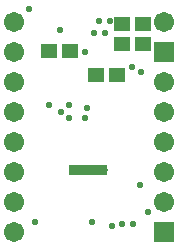
<source format=gbs>
%FSTAX23Y23*%
%MOIN*%
%SFA1B1*%

%IPPOS*%
%ADD44C,0.067060*%
%ADD45R,0.067060X0.067060*%
%ADD46C,0.023000*%
%ADD47R,0.130000X0.035000*%
%ADD48R,0.055240X0.051310*%
%ADD49C,0.033980*%
%LNdrv8825_printplaat-1*%
%LPD*%
G54D44*
X0055Y0075D03*
Y0055D03*
Y0045D03*
Y0035D03*
Y0025D03*
Y0015D03*
X0005Y0005D03*
Y0015D03*
Y0025D03*
Y0035D03*
Y0045D03*
Y0055D03*
Y0065D03*
Y0075D03*
G54D45*
X0055Y0065D03*
Y0005D03*
G54D46*
X00497Y00117D03*
X00445Y00077D03*
X0047Y00207D03*
X00205Y0045D03*
X0012Y00085D03*
X00233Y00472D03*
X00232Y0043D03*
X00292Y00462D03*
X00285Y0043D03*
X00165Y00475D03*
X00442Y006D03*
X00473Y00582D03*
X00287Y0065D03*
X0037Y00752D03*
X00332Y00755D03*
X00352Y00715D03*
X00317D03*
X00202Y00725D03*
X00377Y0007D03*
X0041Y00077D03*
X001Y00792D03*
X0031Y00085D03*
G54D47*
X00297Y00257D03*
G54D48*
X00322Y00575D03*
X00392D03*
X00409Y00742D03*
X0048D03*
X00409Y00677D03*
X0048D03*
X00167Y00655D03*
X00237D03*
G54D49*
X00344Y00257D03*
X00297D03*
X0025D03*
M02*
</source>
